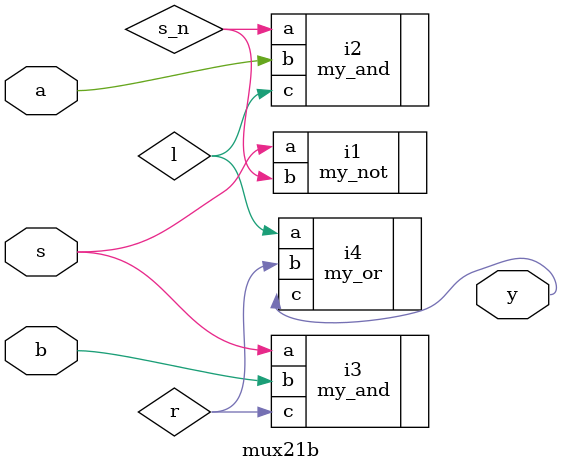
<source format=v>
module mux21b(a,b,s,y);
  input  a,b,s;
  output y;

  wire l, r, s_n; // 内部网线声明
  my_not i1(.a(s), .b(s_n));        // 实例化非门，实现~s
  my_and i2(.a(s_n), .b(a), .c(l)); // 实例化与门，实现(~s&a)
  my_and i3(.a(s),   .b(b), .c(r)); // 实例化与门，实现(s&b)
  my_or  i4(.a(l),   .b(r), .c(y)); // 实例化或门，实现(~s&a)|(s&b)
endmodule

</source>
